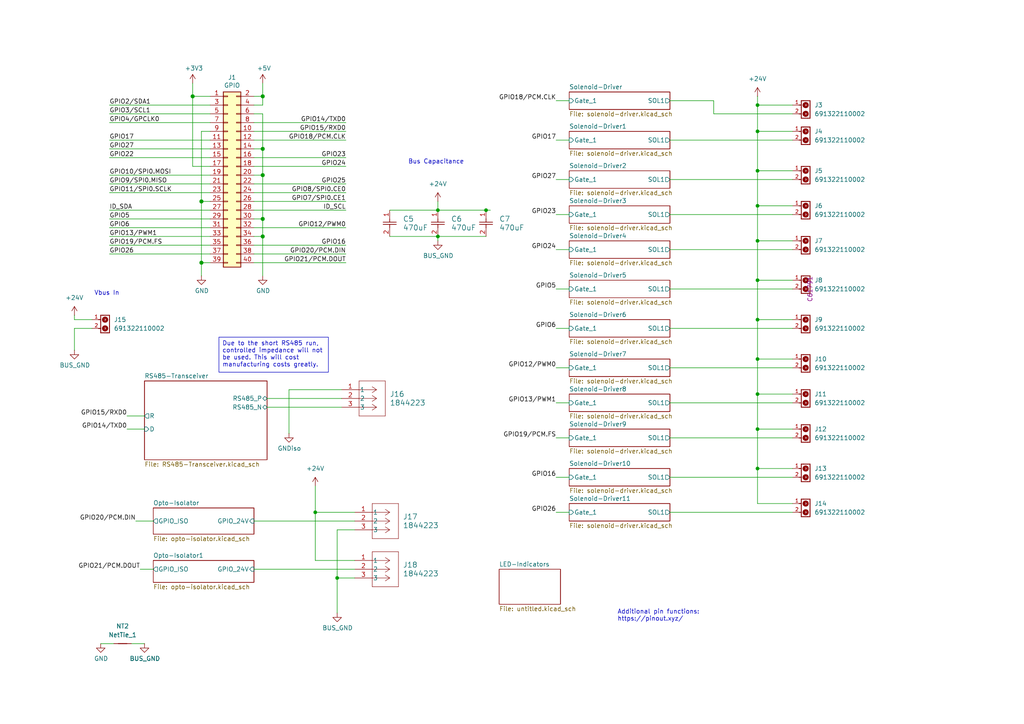
<source format=kicad_sch>
(kicad_sch (version 20231120) (generator "eeschema") (generator_version "8.0")
  (paper "A4")
  (title_block (date "15 nov 2012"))
  (lib_symbols
    (symbol "2024-08-23_04-13-18:1844223" (pin_names (offset 0.254))
      (property "Reference" "J" (at 8.89 6.35 0))
      (property "Value" "1844223" (at -0.762 0 0))
      (symbol "1844223_0_1"
        (polyline (pts (xy 5.08 -7.62) (xy 12.7 -7.62)) (stroke (width 0.127)))
        (polyline (pts (xy 5.08 2.54) (xy 5.08 -7.62)) (stroke (width 0.127)))
        (polyline (pts (xy 10.16 -5.08) (xy 5.08 -5.08)) (stroke (width 0.127)))
        (polyline (pts (xy 10.16 -5.08) (xy 8.89 -5.9267)) (stroke (width 0.127)))
        (polyline (pts (xy 10.16 -5.08) (xy 8.89 -4.2333)) (stroke (width 0.127)))
        (polyline (pts (xy 10.16 -2.54) (xy 5.08 -2.54)) (stroke (width 0.127)))
        (polyline (pts (xy 10.16 -2.54) (xy 8.89 -3.3867)) (stroke (width 0.127)))
        (polyline (pts (xy 10.16 -2.54) (xy 8.89 -1.6933)) (stroke (width 0.127)))
        (polyline (pts (xy 10.16 0) (xy 5.08 0)) (stroke (width 0.127)))
        (polyline (pts (xy 10.16 0) (xy 8.89 -0.8467)) (stroke (width 0.127)))
        (polyline (pts (xy 10.16 0) (xy 8.89 0.8467)) (stroke (width 0.127)))
        (polyline (pts (xy 12.7 -7.62) (xy 12.7 2.54)) (stroke (width 0.127)))
        (polyline (pts (xy 12.7 2.54) (xy 5.08 2.54)) (stroke (width 0.127)))
        (pin unspecified line (at 0 0 0) (length 5.08) (name "1") (number "1"))
        (pin unspecified line (at 0 -2.54 0) (length 5.08) (name "2") (number "2"))
        (pin unspecified line (at 0 -5.08 0) (length 5.08) (name "3") (number "3"))
      )
    )
    (symbol "35ZLH470MEFC10X16:35ZLH470MEFC10X16" (pin_names (offset 0.254))
      (property "Reference" "C" (at 3.81 3.81 0))
      (property "Value" "35ZLH470MEFC10X16" (at 3.81 -3.81 0))
      (symbol "35ZLH470MEFC10X16_1_1"
        (polyline (pts (xy 2.54 0) (xy 3.4798 0)) (stroke (width 0.2032)))
        (polyline (pts (xy 3.4798 -1.905) (xy 3.4798 1.905)) (stroke (width 0.2032)))
        (polyline (pts (xy 4.1148 -1.905) (xy 4.1148 1.905)) (stroke (width 0.2032)))
        (polyline (pts (xy 4.1148 0) (xy 5.08 0)) (stroke (width 0.2032)))
        (pin unspecified line (at 0 0 0) (length 2.54) (name "") (number "1"))
        (pin unspecified line (at 7.62 0 180) (length 2.54) (name "") (number "2"))
      )
      (symbol "35ZLH470MEFC10X16_1_2"
        (polyline (pts (xy -1.905 -4.1148) (xy 1.905 -4.1148)) (stroke (width 0.2032)))
        (polyline (pts (xy -1.905 -3.4798) (xy 1.905 -3.4798)) (stroke (width 0.2032)))
        (polyline (pts (xy 0 -4.1148) (xy 0 -5.08)) (stroke (width 0.2032)))
        (polyline (pts (xy 0 -2.54) (xy 0 -3.4798)) (stroke (width 0.2032)))
        (pin unspecified line (at 0 0 270) (length 2.54) (name "") (number "1"))
        (pin unspecified line (at 0 -7.62 90) (length 2.54) (name "") (number "2"))
      )
    )
    (symbol "691322110002:691322110002" (pin_names (offset 1.016))
      (property "Reference" "J" (at -4.99 -1.205 0))
      (symbol "691322110002_0_0"
        (circle (center -2.54 -1.27) (radius 0.254) (stroke (width 0.635)))
        (circle (center 0 -1.27) (radius 0.254) (stroke (width 0.635)))
        (polyline (pts (xy -3.81 -2.54) (xy -1.905 -2.54)) (stroke (width 0.254)))
        (polyline (pts (xy -3.81 -1.905) (xy -3.81 -2.54)) (stroke (width 0.254)))
        (polyline (pts (xy -3.81 0) (xy -3.81 -1.905)) (stroke (width 0.254)))
        (polyline (pts (xy -2.54 -3.175) (xy -2.54 -2.54)) (stroke (width 0.254)))
        (polyline (pts (xy -2.54 -1.27) (xy -2.54 -1.905)) (stroke (width 0.254)))
        (polyline (pts (xy -2.54 0) (xy -3.81 0)) (stroke (width 0.254)))
        (polyline (pts (xy -1.905 -2.54) (xy 0 -2.54)) (stroke (width 0.254)))
        (polyline (pts (xy -0.635 0) (xy -2.54 0)) (stroke (width 0.254)))
        (polyline (pts (xy 0 -3.175) (xy 0 -2.54)) (stroke (width 0.254)))
        (polyline (pts (xy 0 -2.54) (xy 1.27 -2.54)) (stroke (width 0.254)))
        (polyline (pts (xy 0 -1.27) (xy 0 -1.905)) (stroke (width 0.254)))
        (polyline (pts (xy 1.27 -2.54) (xy 1.27 -0.635)) (stroke (width 0.254)))
        (polyline (pts (xy 1.27 -0.635) (xy 1.27 0)) (stroke (width 0.254)))
        (polyline (pts (xy 1.27 0) (xy -0.635 0)) (stroke (width 0.254)))
        (pin passive line (at -2.54 -5.08 90) (length 2.54) (name "~") (number "1"))
        (pin passive line (at 0 -5.08 90) (length 2.54) (name "~") (number "2"))
      )
    )
    (symbol "Connector_Generic:Conn_02x20_Odd_Even" (pin_names (offset 1.016) hide)
      (property "Reference" "J" (at 1.27 25.4 0))
      (property "Value" "Conn_02x20_Odd_Even" (at 1.27 -27.94 0))
      (symbol "Conn_02x20_Odd_Even_1_1"
        (rectangle (start -1.27 -25.273) (end 0 -25.527) (stroke (width 0.1524)))
        (rectangle (start -1.27 -22.733) (end 0 -22.987) (stroke (width 0.1524)))
        (rectangle (start -1.27 -20.193) (end 0 -20.447) (stroke (width 0.1524)))
        (rectangle (start -1.27 -17.653) (end 0 -17.907) (stroke (width 0.1524)))
        (rectangle (start -1.27 -15.113) (end 0 -15.367) (stroke (width 0.1524)))
        (rectangle (start -1.27 -12.573) (end 0 -12.827) (stroke (width 0.1524)))
        (rectangle (start -1.27 -10.033) (end 0 -10.287) (stroke (width 0.1524)))
        (rectangle (start -1.27 -7.493) (end 0 -7.747) (stroke (width 0.1524)))
        (rectangle (start -1.27 -4.953) (end 0 -5.207) (stroke (width 0.1524)))
        (rectangle (start -1.27 -2.413) (end 0 -2.667) (stroke (width 0.1524)))
        (rectangle (start -1.27 0.127) (end 0 -0.127) (stroke (width 0.1524)))
        (rectangle (start -1.27 2.667) (end 0 2.413) (stroke (width 0.1524)))
        (rectangle (start -1.27 5.207) (end 0 4.953) (stroke (width 0.1524)))
        (rectangle (start -1.27 7.747) (end 0 7.493) (stroke (width 0.1524)))
        (rectangle (start -1.27 10.287) (end 0 10.033) (stroke (width 0.1524)))
        (rectangle (start -1.27 12.827) (end 0 12.573) (stroke (width 0.1524)))
        (rectangle (start -1.27 15.367) (end 0 15.113) (stroke (width 0.1524)))
        (rectangle (start -1.27 17.907) (end 0 17.653) (stroke (width 0.1524)))
        (rectangle (start -1.27 20.447) (end 0 20.193) (stroke (width 0.1524)))
        (rectangle (start -1.27 22.987) (end 0 22.733) (stroke (width 0.1524)))
        (rectangle (start -1.27 24.13) (end 3.81 -26.67) (stroke (width 0.254)) (fill (type background)))
        (rectangle (start 3.81 -25.273) (end 2.54 -25.527) (stroke (width 0.1524)))
        (rectangle (start 3.81 -22.733) (end 2.54 -22.987) (stroke (width 0.1524)))
        (rectangle (start 3.81 -20.193) (end 2.54 -20.447) (stroke (width 0.1524)))
        (rectangle (start 3.81 -17.653) (end 2.54 -17.907) (stroke (width 0.1524)))
        (rectangle (start 3.81 -15.113) (end 2.54 -15.367) (stroke (width 0.1524)))
        (rectangle (start 3.81 -12.573) (end 2.54 -12.827) (stroke (width 0.1524)))
        (rectangle (start 3.81 -10.033) (end 2.54 -10.287) (stroke (width 0.1524)))
        (rectangle (start 3.81 -7.493) (end 2.54 -7.747) (stroke (width 0.1524)))
        (rectangle (start 3.81 -4.953) (end 2.54 -5.207) (stroke (width 0.1524)))
        (rectangle (start 3.81 -2.413) (end 2.54 -2.667) (stroke (width 0.1524)))
        (rectangle (start 3.81 0.127) (end 2.54 -0.127) (stroke (width 0.1524)))
        (rectangle (start 3.81 2.667) (end 2.54 2.413) (stroke (width 0.1524)))
        (rectangle (start 3.81 5.207) (end 2.54 4.953) (stroke (width 0.1524)))
        (rectangle (start 3.81 7.747) (end 2.54 7.493) (stroke (width 0.1524)))
        (rectangle (start 3.81 10.287) (end 2.54 10.033) (stroke (width 0.1524)))
        (rectangle (start 3.81 12.827) (end 2.54 12.573) (stroke (width 0.1524)))
        (rectangle (start 3.81 15.367) (end 2.54 15.113) (stroke (width 0.1524)))
        (rectangle (start 3.81 17.907) (end 2.54 17.653) (stroke (width 0.1524)))
        (rectangle (start 3.81 20.447) (end 2.54 20.193) (stroke (width 0.1524)))
        (rectangle (start 3.81 22.987) (end 2.54 22.733) (stroke (width 0.1524)))
        (pin passive line (at -5.08 22.86 0) (length 3.81) (name "Pin_1") (number "1"))
        (pin passive line (at 7.62 12.7 180) (length 3.81) (name "Pin_10") (number "10"))
        (pin passive line (at -5.08 10.16 0) (length 3.81) (name "Pin_11") (number "11"))
        (pin passive line (at 7.62 10.16 180) (length 3.81) (name "Pin_12") (number "12"))
        (pin passive line (at -5.08 7.62 0) (length 3.81) (name "Pin_13") (number "13"))
        (pin passive line (at 7.62 7.62 180) (length 3.81) (name "Pin_14") (number "14"))
        (pin passive line (at -5.08 5.08 0) (length 3.81) (name "Pin_15") (number "15"))
        (pin passive line (at 7.62 5.08 180) (length 3.81) (name "Pin_16") (number "16"))
        (pin passive line (at -5.08 2.54 0) (length 3.81) (name "Pin_17") (number "17"))
        (pin passive line (at 7.62 2.54 180) (length 3.81) (name "Pin_18") (number "18"))
        (pin passive line (at -5.08 0 0) (length 3.81) (name "Pin_19") (number "19"))
        (pin passive line (at 7.62 22.86 180) (length 3.81) (name "Pin_2") (number "2"))
        (pin passive line (at 7.62 0 180) (length 3.81) (name "Pin_20") (number "20"))
        (pin passive line (at -5.08 -2.54 0) (length 3.81) (name "Pin_21") (number "21"))
        (pin passive line (at 7.62 -2.54 180) (length 3.81) (name "Pin_22") (number "22"))
        (pin passive line (at -5.08 -5.08 0) (length 3.81) (name "Pin_23") (number "23"))
        (pin passive line (at 7.62 -5.08 180) (length 3.81) (name "Pin_24") (number "24"))
        (pin passive line (at -5.08 -7.62 0) (length 3.81) (name "Pin_25") (number "25"))
        (pin passive line (at 7.62 -7.62 180) (length 3.81) (name "Pin_26") (number "26"))
        (pin passive line (at -5.08 -10.16 0) (length 3.81) (name "Pin_27") (number "27"))
        (pin passive line (at 7.62 -10.16 180) (length 3.81) (name "Pin_28") (number "28"))
        (pin passive line (at -5.08 -12.7 0) (length 3.81) (name "Pin_29") (number "29"))
        (pin passive line (at -5.08 20.32 0) (length 3.81) (name "Pin_3") (number "3"))
        (pin passive line (at 7.62 -12.7 180) (length 3.81) (name "Pin_30") (number "30"))
        (pin passive line (at -5.08 -15.24 0) (length 3.81) (name "Pin_31") (number "31"))
        (pin passive line (at 7.62 -15.24 180) (length 3.81) (name "Pin_32") (number "32"))
        (pin passive line (at -5.08 -17.78 0) (length 3.81) (name "Pin_33") (number "33"))
        (pin passive line (at 7.62 -17.78 180) (length 3.81) (name "Pin_34") (number "34"))
        (pin passive line (at -5.08 -20.32 0) (length 3.81) (name "Pin_35") (number "35"))
        (pin passive line (at 7.62 -20.32 180) (length 3.81) (name "Pin_36") (number "36"))
        (pin passive line (at -5.08 -22.86 0) (length 3.81) (name "Pin_37") (number "37"))
        (pin passive line (at 7.62 -22.86 180) (length 3.81) (name "Pin_38") (number "38"))
        (pin passive line (at -5.08 -25.4 0) (length 3.81) (name "Pin_39") (number "39"))
        (pin passive line (at 7.62 20.32 180) (length 3.81) (name "Pin_4") (number "4"))
        (pin passive line (at 7.62 -25.4 180) (length 3.81) (name "Pin_40") (number "40"))
        (pin passive line (at -5.08 17.78 0) (length 3.81) (name "Pin_5") (number "5"))
        (pin passive line (at 7.62 17.78 180) (length 3.81) (name "Pin_6") (number "6"))
        (pin passive line (at -5.08 15.24 0) (length 3.81) (name "Pin_7") (number "7"))
        (pin passive line (at 7.62 15.24 180) (length 3.81) (name "Pin_8") (number "8"))
        (pin passive line (at -5.08 12.7 0) (length 3.81) (name "Pin_9") (number "9"))
      )
    )
    (symbol "Device:NetTie_2" (pin_numbers hide) (pin_names (offset 0) hide) (in_bom no)
      (property "Reference" "NT" (at 0 1.27 0))
      (property "Value" "NetTie_2" (at 0 -1.27 0))
      (symbol "NetTie_2_0_1"
        (polyline (pts (xy -1.27 0) (xy 1.27 0)) (stroke (width 0.254)))
      )
      (symbol "NetTie_2_1_1"
        (pin passive line (at -2.54 0 0) (length 2.54) (name "1") (number "1"))
        (pin passive line (at 2.54 0 180) (length 2.54) (name "2") (number "2"))
      )
    )
    (symbol "power:+24V" (power) (pin_numbers hide) (pin_names (offset 0) hide)
      (property "Value" "+24V" (at 0 3.556 0))
      (symbol "+24V_0_1"
        (polyline (pts (xy -0.762 1.27) (xy 0 2.54)))
        (polyline (pts (xy 0 0) (xy 0 2.54)))
        (polyline (pts (xy 0 2.54) (xy 0.762 1.27)))
      )
      (symbol "+24V_1_1"
        (pin power_in line (at 0 0 90) (length 0) (name "~") (number "1"))
      )
    )
    (symbol "power:+3.3V" (power) (pin_numbers hide) (pin_names (offset 0) hide)
      (property "Value" "+3.3V" (at 0 3.556 0))
      (symbol "+3.3V_0_1"
        (polyline (pts (xy -0.762 1.27) (xy 0 2.54)))
        (polyline (pts (xy 0 0) (xy 0 2.54)))
        (polyline (pts (xy 0 2.54) (xy 0.762 1.27)))
      )
      (symbol "+3.3V_1_1"
        (pin power_in line (at 0 0 90) (length 0) (name "~") (number "1"))
      )
    )
    (symbol "power:+5V" (power) (pin_numbers hide) (pin_names (offset 0) hide)
      (property "Value" "+5V" (at 0 3.556 0))
      (symbol "+5V_0_1"
        (polyline (pts (xy -0.762 1.27) (xy 0 2.54)))
        (polyline (pts (xy 0 0) (xy 0 2.54)))
        (polyline (pts (xy 0 2.54) (xy 0.762 1.27)))
      )
      (symbol "+5V_1_1"
        (pin power_in line (at 0 0 90) (length 0) (name "~") (number "1"))
      )
    )
    (symbol "power:GND" (power) (pin_numbers hide) (pin_names (offset 0) hide)
      (property "Value" "GND" (at 0 -3.81 0))
      (symbol "GND_0_1"
        (polyline (pts (xy 0 0) (xy 0 -1.27) (xy 1.27 -1.27) (xy 0 -2.54) (xy -1.27 -1.27) (xy 0 -1.27)))
      )
      (symbol "GND_1_1"
        (pin power_in line (at 0 0 270) (length 0) (name "~") (number "1"))
      )
    )
  )
  (junction (at 219.71 124.46))
  (junction (at 76.2 27.94) (diameter 1.016))
  (junction (at 127 60.96))
  (junction (at 219.71 104.14))
  (junction (at 76.2 43.18) (diameter 1.016))
  (junction (at 219.71 69.85))
  (junction (at 219.71 49.53))
  (junction (at 219.71 114.3))
  (junction (at 219.71 59.69))
  (junction (at 97.79 167.64))
  (junction (at 127 68.58))
  (junction (at 140.97 60.96))
  (junction (at 219.71 135.89))
  (junction (at 58.42 76.2) (diameter 1.016))
  (junction (at 58.42 58.42) (diameter 1.016))
  (junction (at 76.2 68.58) (diameter 1.016))
  (junction (at 91.44 148.59))
  (junction (at 76.2 63.5) (diameter 1.016))
  (junction (at 219.71 30.48))
  (junction (at 76.2 50.8) (diameter 1.016))
  (junction (at 219.71 81.28))
  (junction (at 219.71 92.71))
  (junction (at 55.88 27.94) (diameter 1.016))
  (junction (at 219.71 38.1))
  (wire (pts (xy 58.42 58.42) (xy 58.42 76.2)))
  (wire (pts (xy 73.66 58.42) (xy 100.33 58.42)))
  (wire (pts (xy 161.29 62.23) (xy 165.1 62.23)))
  (wire (pts (xy 60.96 40.64) (xy 31.75 40.64)))
  (wire (pts (xy 161.29 116.84) (xy 165.1 116.84)))
  (wire (pts (xy 207.01 33.02) (xy 207.01 29.21)))
  (wire (pts (xy 127 58.42) (xy 127 60.96)))
  (wire (pts (xy 161.29 40.64) (xy 165.1 40.64)))
  (wire (pts (xy 76.2 33.02) (xy 76.2 43.18)))
  (wire (pts (xy 161.29 106.68) (xy 165.1 106.68)))
  (wire (pts (xy 127 60.96) (xy 140.97 60.96)))
  (wire (pts (xy 76.2 50.8) (xy 73.66 50.8)))
  (wire (pts (xy 161.29 138.43) (xy 165.1 138.43)))
  (wire (pts (xy 161.29 148.59) (xy 165.1 148.59)))
  (wire (pts (xy 219.71 27.94) (xy 219.71 30.48)))
  (wire (pts (xy 76.2 63.5) (xy 76.2 68.58)))
  (wire (pts (xy 140.97 60.96) (xy 142.24 60.96)))
  (wire (pts (xy 219.71 104.14) (xy 219.71 114.3)))
  (wire (pts (xy 91.44 140.97) (xy 91.44 148.59)))
  (wire (pts (xy 21.59 92.71) (xy 21.59 91.44)))
  (wire (pts (xy 229.87 81.28) (xy 219.71 81.28)))
  (wire (pts (xy 76.2 50.8) (xy 76.2 63.5)))
  (wire (pts (xy 219.71 135.89) (xy 219.71 124.46)))
  (wire (pts (xy 73.66 35.56) (xy 100.33 35.56)))
  (wire (pts (xy 194.31 138.43) (xy 229.87 138.43)))
  (wire (pts (xy 102.87 162.56) (xy 91.44 162.56)))
  (wire (pts (xy 58.42 38.1) (xy 58.42 58.42)))
  (wire (pts (xy 194.31 95.25) (xy 229.87 95.25)))
  (wire (pts (xy 83.82 113.03) (xy 83.82 125.73)))
  (wire (pts (xy 41.91 186.69) (xy 38.1 186.69)))
  (wire (pts (xy 77.47 118.11) (xy 99.06 118.11)))
  (wire (pts (xy 194.31 72.39) (xy 229.87 72.39)))
  (wire (pts (xy 58.42 38.1) (xy 60.96 38.1)))
  (wire (pts (xy 73.66 55.88) (xy 100.33 55.88)))
  (wire (pts (xy 161.29 52.07) (xy 165.1 52.07)))
  (wire (pts (xy 73.66 165.1) (xy 102.87 165.1)))
  (wire (pts (xy 60.96 60.96) (xy 31.75 60.96)))
  (wire (pts (xy 229.87 124.46) (xy 219.71 124.46)))
  (wire (pts (xy 31.75 63.5) (xy 60.96 63.5)))
  (wire (pts (xy 194.31 29.21) (xy 207.01 29.21)))
  (wire (pts (xy 229.87 92.71) (xy 219.71 92.71)))
  (wire (pts (xy 58.42 58.42) (xy 60.96 58.42)))
  (wire (pts (xy 26.67 92.71) (xy 21.59 92.71)))
  (wire (pts (xy 36.83 120.65) (xy 41.91 120.65)))
  (wire (pts (xy 73.66 45.72) (xy 100.33 45.72)))
  (wire (pts (xy 219.71 146.05) (xy 219.71 135.89)))
  (wire (pts (xy 77.47 115.57) (xy 99.06 115.57)))
  (wire (pts (xy 194.31 116.84) (xy 229.87 116.84)))
  (wire (pts (xy 127 68.58) (xy 140.97 68.58)))
  (wire (pts (xy 73.66 76.2) (xy 100.33 76.2)))
  (wire (pts (xy 58.42 76.2) (xy 58.42 80.01)))
  (wire (pts (xy 31.75 43.18) (xy 60.96 43.18)))
  (wire (pts (xy 219.71 59.69) (xy 219.71 69.85)))
  (wire (pts (xy 55.88 24.13) (xy 55.88 27.94)))
  (wire (pts (xy 97.79 167.64) (xy 97.79 177.8)))
  (wire (pts (xy 161.29 72.39) (xy 165.1 72.39)))
  (wire (pts (xy 76.2 68.58) (xy 73.66 68.58)))
  (wire (pts (xy 219.71 49.53) (xy 219.71 59.69)))
  (wire (pts (xy 31.75 33.02) (xy 60.96 33.02)))
  (wire (pts (xy 31.75 55.88) (xy 60.96 55.88)))
  (wire (pts (xy 73.66 151.13) (xy 102.87 151.13)))
  (wire (pts (xy 55.88 48.26) (xy 60.96 48.26)))
  (wire (pts (xy 219.71 81.28) (xy 219.71 92.71)))
  (wire (pts (xy 113.03 60.96) (xy 127 60.96)))
  (wire (pts (xy 60.96 30.48) (xy 31.75 30.48)))
  (wire (pts (xy 76.2 27.94) (xy 76.2 30.48)))
  (wire (pts (xy 229.87 69.85) (xy 219.71 69.85)))
  (wire (pts (xy 194.31 62.23) (xy 229.87 62.23)))
  (wire (pts (xy 76.2 43.18) (xy 76.2 50.8)))
  (wire (pts (xy 73.66 40.64) (xy 100.33 40.64)))
  (wire (pts (xy 76.2 43.18) (xy 73.66 43.18)))
  (wire (pts (xy 229.87 146.05) (xy 219.71 146.05)))
  (wire (pts (xy 76.2 24.13) (xy 76.2 27.94)))
  (wire (pts (xy 219.71 30.48) (xy 219.71 38.1)))
  (wire (pts (xy 229.87 33.02) (xy 207.01 33.02)))
  (wire (pts (xy 31.75 35.56) (xy 60.96 35.56)))
  (wire (pts (xy 26.67 95.25) (xy 21.59 95.25)))
  (wire (pts (xy 76.2 27.94) (xy 73.66 27.94)))
  (wire (pts (xy 55.88 27.94) (xy 55.88 48.26)))
  (wire (pts (xy 113.03 68.58) (xy 127 68.58)))
  (wire (pts (xy 73.66 48.26) (xy 100.33 48.26)))
  (wire (pts (xy 194.31 52.07) (xy 229.87 52.07)))
  (wire (pts (xy 73.66 38.1) (xy 100.33 38.1)))
  (wire (pts (xy 229.87 114.3) (xy 219.71 114.3)))
  (wire (pts (xy 194.31 148.59) (xy 229.87 148.59)))
  (wire (pts (xy 31.75 45.72) (xy 60.96 45.72)))
  (wire (pts (xy 31.75 53.34) (xy 60.96 53.34)))
  (wire (pts (xy 229.87 135.89) (xy 219.71 135.89)))
  (wire (pts (xy 31.75 66.04) (xy 60.96 66.04)))
  (wire (pts (xy 76.2 30.48) (xy 73.66 30.48)))
  (wire (pts (xy 102.87 148.59) (xy 91.44 148.59)))
  (wire (pts (xy 219.71 69.85) (xy 219.71 81.28)))
  (wire (pts (xy 194.31 83.82) (xy 229.87 83.82)))
  (wire (pts (xy 229.87 38.1) (xy 219.71 38.1)))
  (wire (pts (xy 31.75 71.12) (xy 60.96 71.12)))
  (wire (pts (xy 91.44 162.56) (xy 91.44 148.59)))
  (wire (pts (xy 161.29 95.25) (xy 165.1 95.25)))
  (wire (pts (xy 21.59 95.25) (xy 21.59 101.6)))
  (wire (pts (xy 73.66 71.12) (xy 100.33 71.12)))
  (wire (pts (xy 127 68.58) (xy 127 69.85)))
  (wire (pts (xy 73.66 66.04) (xy 100.33 66.04)))
  (wire (pts (xy 99.06 113.03) (xy 83.82 113.03)))
  (wire (pts (xy 58.42 76.2) (xy 60.96 76.2)))
  (wire (pts (xy 29.21 186.69) (xy 33.02 186.69)))
  (wire (pts (xy 73.66 73.66) (xy 100.33 73.66)))
  (wire (pts (xy 97.79 153.67) (xy 97.79 167.64)))
  (wire (pts (xy 97.79 167.64) (xy 102.87 167.64)))
  (wire (pts (xy 76.2 33.02) (xy 73.66 33.02)))
  (wire (pts (xy 161.29 127) (xy 165.1 127)))
  (wire (pts (xy 31.75 73.66) (xy 60.96 73.66)))
  (wire (pts (xy 161.29 29.21) (xy 165.1 29.21)))
  (wire (pts (xy 229.87 30.48) (xy 219.71 30.48)))
  (wire (pts (xy 194.31 40.64) (xy 229.87 40.64)))
  (wire (pts (xy 219.71 92.71) (xy 219.71 104.14)))
  (wire (pts (xy 76.2 68.58) (xy 76.2 80.01)))
  (wire (pts (xy 36.83 124.46) (xy 41.91 124.46)))
  (wire (pts (xy 73.66 53.34) (xy 100.33 53.34)))
  (wire (pts (xy 60.96 68.58) (xy 31.75 68.58)))
  (wire (pts (xy 194.31 127) (xy 229.87 127)))
  (wire (pts (xy 76.2 63.5) (xy 73.66 63.5)))
  (wire (pts (xy 219.71 114.3) (xy 219.71 124.46)))
  (wire (pts (xy 55.88 27.94) (xy 60.96 27.94)))
  (wire (pts (xy 229.87 59.69) (xy 219.71 59.69)))
  (wire (pts (xy 102.87 153.67) (xy 97.79 153.67)))
  (wire (pts (xy 161.29 83.82) (xy 165.1 83.82)))
  (wire (pts (xy 39.37 151.13) (xy 44.45 151.13)))
  (wire (pts (xy 60.96 50.8) (xy 31.75 50.8)))
  (wire (pts (xy 73.66 60.96) (xy 100.33 60.96)))
  (wire (pts (xy 40.64 165.1) (xy 44.45 165.1)))
  (wire (pts (xy 229.87 49.53) (xy 219.71 49.53)))
  (wire (pts (xy 229.87 104.14) (xy 219.71 104.14)))
  (wire (pts (xy 194.31 106.68) (xy 229.87 106.68)))
  (wire (pts (xy 219.71 38.1) (xy 219.71 49.53)))
  (text_box "Due to the short RS485 run, controlled impedance will not be used. This will cost manufacturing costs greatly. " (at 63.5 97.79 0) (size 31.75 10.16) (effects (font (size 1.27 1.27)) (justify left top)))
  (text "Additional pin functions:\nhttps://pinout.xyz/" (at 179.07 180.34 0) (effects (font (size 1.27 1.27)) (justify left bottom)))
  (text "Bus Capacitance" (at 126.492 46.99 0) (effects (font (size 1.27 1.27))))
  (text "Vbus In" (at 30.988 85.09 0) (effects (font (size 1.27 1.27))))
  (label "GPIO6" (at 161.29 95.25 180))
  (label "ID_SDA" (at 31.75 60.96 0))
  (label "GPIO6" (at 31.75 66.04 0))
  (label "GPIO21{slash}PCM.DOUT" (at 40.64 165.1 180))
  (label "GPIO17" (at 161.29 40.64 180))
  (label "GPIO27" (at 161.29 52.07 180))
  (label "GPIO13{slash}PWM1" (at 161.29 116.84 180))
  (label "GPIO23" (at 161.29 62.23 180))
  (label "ID_SCL" (at 100.33 60.96 180))
  (label "GPIO5" (at 31.75 63.5 0))
  (label "GPIO21{slash}PCM.DOUT" (at 100.33 76.2 180))
  (label "GPIO19{slash}PCM.FS" (at 31.75 71.12 0))
  (label "GPIO10{slash}SPI0.MOSI" (at 31.75 50.8 0))
  (label "GPIO9{slash}SPI0.MISO" (at 31.75 53.34 0))
  (label "GPIO20{slash}PCM.DIN" (at 39.37 151.13 180))
  (label "GPIO23" (at 100.33 45.72 180))
  (label "GPIO26" (at 161.29 148.59 180))
  (label "GPIO5" (at 161.29 83.82 180))
  (label "GPIO4{slash}GPCLK0" (at 31.75 35.56 0))
  (label "GPIO27" (at 31.75 43.18 0))
  (label "GPIO26" (at 31.75 73.66 0))
  (label "GPIO14{slash}TXD0" (at 36.83 124.46 180))
  (label "GPIO14{slash}TXD0" (at 100.33 35.56 180))
  (label "GPIO16" (at 161.29 138.43 180))
  (label "GPIO8{slash}SPI0.CE0" (at 100.33 55.88 180))
  (label "GPIO15{slash}RXD0" (at 100.33 38.1 180))
  (label "GPIO15{slash}RXD0" (at 36.83 120.65 180))
  (label "GPIO16" (at 100.33 71.12 180))
  (label "GPIO12{slash}PWM0" (at 161.29 106.68 180))
  (label "GPIO19{slash}PCM.FS" (at 161.29 127 180))
  (label "GPIO22" (at 31.75 45.72 0))
  (label "GPIO18{slash}PCM.CLK" (at 161.29 29.21 180))
  (label "GPIO2{slash}SDA1" (at 31.75 30.48 0))
  (label "GPIO17" (at 31.75 40.64 0))
  (label "GPIO25" (at 100.33 53.34 180))
  (label "GPIO3{slash}SCL1" (at 31.75 33.02 0))
  (label "GPIO18{slash}PCM.CLK" (at 100.33 40.64 180))
  (label "GPIO12{slash}PWM0" (at 100.33 66.04 180))
  (label "GPIO24" (at 161.29 72.39 180))
  (label "GPIO13{slash}PWM1" (at 31.75 68.58 0))
  (label "GPIO20{slash}PCM.DIN" (at 100.33 73.66 180))
  (label "GPIO24" (at 100.33 48.26 180))
  (label "GPIO7{slash}SPI0.CE1" (at 100.33 58.42 180))
  (label "GPIO11{slash}SPI0.SCLK" (at 31.75 55.88 0))
  (symbol (lib_id "power:+5V") (at 76.2 24.13 0) (unit 1)
    (property "Reference" "#PWR01" (effects (hide yes)))
    (property "Value" "+5V" (at 76.5683 19.8056 0))
    (property "Description" "Power symbol creates a global label with name \"+5V\"" (effects (hide yes)))
  )
  (symbol (lib_id "power:+3.3V") (at 55.88 24.13 0) (unit 1)
    (property "Reference" "#PWR04" (effects (hide yes)))
    (property "Value" "+3V3" (at 56.2483 19.8056 0))
    (property "Description" "Power symbol creates a global label with name \"+3.3V\"" (effects (hide yes)))
  )
  (symbol (lib_id "power:GND") (at 76.2 80.01 0) (unit 1)
    (property "Reference" "#PWR02" (effects (hide yes)))
    (property "Value" "GND" (at 76.3143 84.3344 0))
    (property "Description" "Power symbol creates a global label with name \"GND\" , ground" (effects (hide yes)))
  )
  (symbol (lib_id "power:GND") (at 58.42 80.01 0) (unit 1)
    (property "Reference" "#PWR03" (effects (hide yes)))
    (property "Value" "GND" (at 58.5343 84.3344 0))
    (property "Description" "Power symbol creates a global label with name \"GND\" , ground" (effects (hide yes)))
  )
  (symbol (lib_id "Connector_Generic:Conn_02x20_Odd_Even") (at 66.04 50.8 0) (unit 1)
    (property "Reference" "J1" (at 67.31 22.4598 0))
    (property "Value" "GPIO" (at 67.31 24.765 0))
    (property "Footprint" "Connector_PinSocket_2.54mm:PinSocket_2x20_P2.54mm_Vertical" (effects (hide yes)))
    (property "Description" "Generic connector, double row, 02x20, odd/even pin numbering scheme (row 1 odd numbers, row 2 even numbers), script generated (kicad-library-utils/schlib/autogen/connector/)" (effects (hide yes)))
    (property "LCSC" "C35165" (effects (hide yes)))
  )
  (symbol (lib_id "691322110002:691322110002") (at 234.95 62.23 270) (unit 1)
    (property "Reference" "J6" (at 236.22 59.6899 90) (effects (justify left)))
    (property "Value" "691322110002" (at 236.22 62.2299 90) (effects (justify left)))
    (property "Footprint" "691322110002:691322110002" (effects (hide yes)))
    (property "MOUNT" "THT" (effects (hide yes)))
    (property "IR-VDE" "10.5A" (effects (hide yes)))
    (property "IR-UL" "10A" (effects (hide yes)))
    (property "VALUE" "691322110002" (effects (hide yes)))
    (property "WORKING-VOLTAGE-UL" "300V (AC)" (effects (hide yes)))
    (property "PART-NUMBER" "691322110002" (effects (hide yes)))
    (property "DATASHEET-URL" "https://www.we-online.com/redexpert/spec/691322110002?ae" (effects (hide yes)))
    (property "PITCH" "3.5mm" (effects (hide yes)))
    (property "PINS" "2" (effects (hide yes)))
    (property "WORKING-VOLTAGE-VDE" "300V (AC)" (effects (hide yes)))
    (property "TYPE" "Horizontal" (effects (hide yes)))
    (property "LCSC" "C61791" (effects (hide yes)))
  )
  (symbol (lib_id "Device:NetTie_2") (at 35.56 186.69 0) (unit 1) (in_bom no)
    (property "Reference" "NT2" (at 35.56 181.61 0))
    (property "Value" "NetTie_1" (at 35.56 184.15 0))
    (property "Footprint" "NetTie:NetTie-2_SMD_Pad0.5mm" (effects (hide yes)))
    (property "Description" "Net tie, 2 pins" (effects (hide yes)))
  )
  (symbol (lib_id "power:GND") (at 21.59 101.6 0) (unit 1)
    (property "Reference" "#PWR040" (effects (hide yes)))
    (property "Value" "BUS_GND" (at 21.7043 105.9244 0))
    (property "Description" "Power symbol creates a global label with name \"GND\" , ground" (effects (hide yes)))
  )
  (symbol (lib_id "691322110002:691322110002") (at 234.95 116.84 270) (unit 1)
    (property "Reference" "J11" (at 236.22 114.2999 90) (effects (justify left)))
    (property "Value" "691322110002" (at 236.22 116.8399 90) (effects (justify left)))
    (property "Footprint" "691322110002:691322110002" (effects (hide yes)))
    (property "MOUNT" "THT" (effects (hide yes)))
    (property "IR-VDE" "10.5A" (effects (hide yes)))
    (property "IR-UL" "10A" (effects (hide yes)))
    (property "VALUE" "691322110002" (effects (hide yes)))
    (property "WORKING-VOLTAGE-UL" "300V (AC)" (effects (hide yes)))
    (property "PART-NUMBER" "691322110002" (effects (hide yes)))
    (property "DATASHEET-URL" "https://www.we-online.com/redexpert/spec/691322110002?ae" (effects (hide yes)))
    (property "PITCH" "3.5mm" (effects (hide yes)))
    (property "PINS" "2" (effects (hide yes)))
    (property "WORKING-VOLTAGE-VDE" "300V (AC)" (effects (hide yes)))
    (property "TYPE" "Horizontal" (effects (hide yes)))
    (property "LCSC" "C61791" (effects (hide yes)))
  )
  (symbol (lib_id "power:GND") (at 97.79 177.8 0) (unit 1)
    (property "Reference" "#PWR043" (effects (hide yes)))
    (property "Value" "BUS_GND" (at 97.9043 182.1244 0))
    (property "Description" "Power symbol creates a global label with name \"GND\" , ground" (effects (hide yes)))
  )
  (symbol (lib_id "691322110002:691322110002") (at 234.95 40.64 270) (unit 1)
    (property "Reference" "J4" (at 236.22 38.0999 90) (effects (justify left)))
    (property "Value" "691322110002" (at 236.22 40.6399 90) (effects (justify left)))
    (property "Footprint" "691322110002:691322110002" (effects (hide yes)))
    (property "MOUNT" "THT" (effects (hide yes)))
    (property "IR-VDE" "10.5A" (effects (hide yes)))
    (property "IR-UL" "10A" (effects (hide yes)))
    (property "VALUE" "691322110002" (effects (hide yes)))
    (property "WORKING-VOLTAGE-UL" "300V (AC)" (effects (hide yes)))
    (property "PART-NUMBER" "691322110002" (effects (hide yes)))
    (property "DATASHEET-URL" "https://www.we-online.com/redexpert/spec/691322110002?ae" (effects (hide yes)))
    (property "PITCH" "3.5mm" (effects (hide yes)))
    (property "PINS" "2" (effects (hide yes)))
    (property "WORKING-VOLTAGE-VDE" "300V (AC)" (effects (hide yes)))
    (property "TYPE" "Horizontal" (effects (hide yes)))
    (property "LCSC" "C61791" (effects (hide yes)))
  )
  (symbol (lib_id "691322110002:691322110002") (at 234.95 72.39 270) (unit 1)
    (property "Reference" "J7" (at 236.22 69.8499 90) (effects (justify left)))
    (property "Value" "691322110002" (at 236.22 72.3899 90) (effects (justify left)))
    (property "Footprint" "691322110002:691322110002" (effects (hide yes)))
    (property "MOUNT" "THT" (effects (hide yes)))
    (property "IR-VDE" "10.5A" (effects (hide yes)))
    (property "IR-UL" "10A" (effects (hide yes)))
    (property "VALUE" "691322110002" (effects (hide yes)))
    (property "WORKING-VOLTAGE-UL" "300V (AC)" (effects (hide yes)))
    (property "PART-NUMBER" "691322110002" (effects (hide yes)))
    (property "DATASHEET-URL" "https://www.we-online.com/redexpert/spec/691322110002?ae" (effects (hide yes)))
    (property "PITCH" "3.5mm" (effects (hide yes)))
    (property "PINS" "2" (effects (hide yes)))
    (property "WORKING-VOLTAGE-VDE" "300V (AC)" (effects (hide yes)))
    (property "TYPE" "Horizontal" (effects (hide yes)))
    (property "LCSC" "C61791" (effects (hide yes)))
  )
  (symbol (lib_id "691322110002:691322110002") (at 234.95 138.43 270) (unit 1)
    (property "Reference" "J13" (at 236.22 135.8899 90) (effects (justify left)))
    (property "Value" "691322110002" (at 236.22 138.4299 90) (effects (justify left)))
    (property "Footprint" "691322110002:691322110002" (effects (hide yes)))
    (property "MOUNT" "THT" (effects (hide yes)))
    (property "IR-VDE" "10.5A" (effects (hide yes)))
    (property "IR-UL" "10A" (effects (hide yes)))
    (property "VALUE" "691322110002" (effects (hide yes)))
    (property "WORKING-VOLTAGE-UL" "300V (AC)" (effects (hide yes)))
    (property "PART-NUMBER" "691322110002" (effects (hide yes)))
    (property "DATASHEET-URL" "https://www.we-online.com/redexpert/spec/691322110002?ae" (effects (hide yes)))
    (property "PITCH" "3.5mm" (effects (hide yes)))
    (property "PINS" "2" (effects (hide yes)))
    (property "WORKING-VOLTAGE-VDE" "300V (AC)" (effects (hide yes)))
    (property "TYPE" "Horizontal" (effects (hide yes)))
    (property "LCSC" "C61791" (effects (hide yes)))
  )
  (symbol (lib_id "power:+24V") (at 127 58.42 0) (unit 1)
    (property "Reference" "#PWR066" (effects (hide yes)))
    (property "Value" "+24V" (at 127 53.34 0))
    (property "Description" "Power symbol creates a global label with name \"+24V\"" (effects (hide yes)))
  )
  (symbol (lib_id "power:GND") (at 41.91 186.69 0) (unit 1)
    (property "Reference" "#PWR045" (effects (hide yes)))
    (property "Value" "BUS_GND" (at 42.0243 191.0144 0))
    (property "Description" "Power symbol creates a global label with name \"GND\" , ground" (effects (hide yes)))
  )
  (symbol (lib_id "35ZLH470MEFC10X16:35ZLH470MEFC10X16") (at 127 60.96 270) (unit 1) (in_bom no)
    (property "Reference" "C6" (at 130.81 63.4999 90) (effects (font (size 1.524 1.524)) (justify left)))
    (property "Value" "470uF" (at 130.81 66.0399 90) (effects (font (size 1.524 1.524)) (justify left)))
    (property "Footprint" "CAP_YX_10X16_RUB" (effects (hide yes)))
    (property "Datasheet" "35ZLH470MEFC10X16" (effects (hide yes)))
    (property "LCSC" "C338196" (effects (hide yes)))
  )
  (symbol (lib_id "691322110002:691322110002") (at 31.75 95.25 270) (unit 1)
    (property "Reference" "J15" (at 33.02 92.7099 90) (effects (justify left)))
    (property "Value" "691322110002" (at 33.02 95.2499 90) (effects (justify left)))
    (property "Footprint" "691322110002:691322110002" (effects (hide yes)))
    (property "MOUNT" "THT" (effects (hide yes)))
    (property "IR-VDE" "10.5A" (effects (hide yes)))
    (property "IR-UL" "10A" (effects (hide yes)))
    (property "VALUE" "691322110002" (effects (hide yes)))
    (property "WORKING-VOLTAGE-UL" "300V (AC)" (effects (hide yes)))
    (property "PART-NUMBER" "691322110002" (effects (hide yes)))
    (property "DATASHEET-URL" "https://www.we-online.com/redexpert/spec/691322110002?ae" (effects (hide yes)))
    (property "PITCH" "3.5mm" (effects (hide yes)))
    (property "PINS" "2" (effects (hide yes)))
    (property "WORKING-VOLTAGE-VDE" "300V (AC)" (effects (hide yes)))
    (property "TYPE" "Horizontal" (effects (hide yes)))
    (property "LCSC" "C61791" (effects (hide yes)))
  )
  (symbol (lib_id "power:+24V") (at 219.71 27.94 0) (unit 1)
    (property "Reference" "#PWR041" (effects (hide yes)))
    (property "Value" "+24V" (at 219.71 22.86 0))
    (property "Description" "Power symbol creates a global label with name \"+24V\"" (effects (hide yes)))
  )
  (symbol (lib_id "691322110002:691322110002") (at 234.95 95.25 270) (unit 1)
    (property "Reference" "J9" (at 236.22 92.7099 90) (effects (justify left)))
    (property "Value" "691322110002" (at 236.22 95.2499 90) (effects (justify left)))
    (property "Footprint" "691322110002:691322110002" (effects (hide yes)))
    (property "MOUNT" "THT" (effects (hide yes)))
    (property "IR-VDE" "10.5A" (effects (hide yes)))
    (property "IR-UL" "10A" (effects (hide yes)))
    (property "VALUE" "691322110002" (effects (hide yes)))
    (property "WORKING-VOLTAGE-UL" "300V (AC)" (effects (hide yes)))
    (property "PART-NUMBER" "691322110002" (effects (hide yes)))
    (property "DATASHEET-URL" "https://www.we-online.com/redexpert/spec/691322110002?ae" (effects (hide yes)))
    (property "PITCH" "3.5mm" (effects (hide yes)))
    (property "PINS" "2" (effects (hide yes)))
    (property "WORKING-VOLTAGE-VDE" "300V (AC)" (effects (hide yes)))
    (property "TYPE" "Horizontal" (effects (hide yes)))
    (property "LCSC" "C61791" (effects (hide yes)))
  )
  (symbol (lib_id "691322110002:691322110002") (at 234.95 106.68 270) (unit 1)
    (property "Reference" "J10" (at 236.22 104.1399 90) (effects (justify left)))
    (property "Value" "691322110002" (at 236.22 106.6799 90) (effects (justify left)))
    (property "Footprint" "691322110002:691322110002" (effects (hide yes)))
    (property "MOUNT" "THT" (effects (hide yes)))
    (property "IR-VDE" "10.5A" (effects (hide yes)))
    (property "IR-UL" "10A" (effects (hide yes)))
    (property "VALUE" "691322110002" (effects (hide yes)))
    (property "WORKING-VOLTAGE-UL" "300V (AC)" (effects (hide yes)))
    (property "PART-NUMBER" "691322110002" (effects (hide yes)))
    (property "DATASHEET-URL" "https://www.we-online.com/redexpert/spec/691322110002?ae" (effects (hide yes)))
    (property "PITCH" "3.5mm" (effects (hide yes)))
    (property "PINS" "2" (effects (hide yes)))
    (property "WORKING-VOLTAGE-VDE" "300V (AC)" (effects (hide yes)))
    (property "TYPE" "Horizontal" (effects (hide yes)))
    (property "LCSC" "C61791" (effects (hide yes)))
  )
  (symbol (lib_id "691322110002:691322110002") (at 234.95 33.02 270) (unit 1)
    (property "Reference" "J3" (at 236.22 30.4799 90) (effects (justify left)))
    (property "Value" "691322110002" (at 236.22 33.0199 90) (effects (justify left)))
    (property "Footprint" "691322110002:691322110002" (effects (hide yes)))
    (property "MOUNT" "THT" (effects (hide yes)))
    (property "IR-VDE" "10.5A" (effects (hide yes)))
    (property "IR-UL" "10A" (effects (hide yes)))
    (property "VALUE" "691322110002" (effects (hide yes)))
    (property "WORKING-VOLTAGE-UL" "300V (AC)" (effects (hide yes)))
    (property "PART-NUMBER" "691322110002" (effects (hide yes)))
    (property "DATASHEET-URL" "https://www.we-online.com/redexpert/spec/691322110002?ae" (effects (hide yes)))
    (property "PITCH" "3.5mm" (effects (hide yes)))
    (property "PINS" "2" (effects (hide yes)))
    (property "WORKING-VOLTAGE-VDE" "300V (AC)" (effects (hide yes)))
    (property "TYPE" "Horizontal" (effects (hide yes)))
    (property "LCSC" "C61791" (effects (hide yes)))
  )
  (symbol (lib_id "power:GND") (at 127 69.85 0) (unit 1)
    (property "Reference" "#PWR065" (effects (hide yes)))
    (property "Value" "BUS_GND" (at 127.1143 74.1744 0))
    (property "Description" "Power symbol creates a global label with name \"GND\" , ground" (effects (hide yes)))
  )
  (symbol (lib_id "2024-08-23_04-13-18:1844223") (at 99.06 113.03 0) (unit 1)
    (property "Reference" "J16" (at 113.03 114.2999 0) (effects (font (size 1.524 1.524)) (justify left)))
    (property "Value" "1844223" (at 113.03 116.8399 0) (effects (font (size 1.524 1.524)) (justify left)))
    (property "Footprint" "CONN_1844223_PXC" (effects (hide yes)))
    (property "Datasheet" "1844223" (effects (hide yes)))
    (property "LCSC" "C5244104" (effects (hide yes)))
  )
  (symbol (lib_id "power:+24V") (at 91.44 140.97 0) (unit 1)
    (property "Reference" "#PWR042" (effects (hide yes)))
    (property "Value" "+24V" (at 91.44 135.89 0))
    (property "Description" "Power symbol creates a global label with name \"+24V\"" (effects (hide yes)))
  )
  (symbol (lib_id "2024-08-23_04-13-18:1844223") (at 102.87 162.56 0) (unit 1)
    (property "Reference" "J18" (at 116.84 163.8299 0) (effects (font (size 1.524 1.524)) (justify left)))
    (property "Value" "1844223" (at 116.84 166.3699 0) (effects (font (size 1.524 1.524)) (justify left)))
    (property "Footprint" "CONN_1844223_PXC" (effects (hide yes)))
    (property "Datasheet" "1844223" (effects (hide yes)))
    (property "LCSC" "C5244104" (effects (hide yes)))
  )
  (symbol (lib_id "691322110002:691322110002") (at 234.95 52.07 270) (unit 1)
    (property "Reference" "J5" (at 236.22 49.5299 90) (effects (justify left)))
    (property "Value" "691322110002" (at 236.22 52.0699 90) (effects (justify left)))
    (property "Footprint" "691322110002:691322110002" (effects (hide yes)))
    (property "MOUNT" "THT" (effects (hide yes)))
    (property "IR-VDE" "10.5A" (effects (hide yes)))
    (property "IR-UL" "10A" (effects (hide yes)))
    (property "VALUE" "691322110002" (effects (hide yes)))
    (property "WORKING-VOLTAGE-UL" "300V (AC)" (effects (hide yes)))
    (property "PART-NUMBER" "691322110002" (effects (hide yes)))
    (property "DATASHEET-URL" "https://www.we-online.com/redexpert/spec/691322110002?ae" (effects (hide yes)))
    (property "PITCH" "3.5mm" (effects (hide yes)))
    (property "PINS" "2" (effects (hide yes)))
    (property "WORKING-VOLTAGE-VDE" "300V (AC)" (effects (hide yes)))
    (property "TYPE" "Horizontal" (effects (hide yes)))
    (property "LCSC" "C61791" (effects (hide yes)))
  )
  (symbol (lib_id "power:+24V") (at 21.59 91.44 0) (unit 1)
    (property "Reference" "#PWR034" (effects (hide yes)))
    (property "Value" "+24V" (at 21.59 86.36 0))
    (property "Description" "Power symbol creates a global label with name \"+24V\"" (effects (hide yes)))
  )
  (symbol (lib_id "2024-08-23_04-13-18:1844223") (at 102.87 148.59 0) (unit 1)
    (property "Reference" "J17" (at 116.84 149.8599 0) (effects (font (size 1.524 1.524)) (justify left)))
    (property "Value" "1844223" (at 116.84 152.3999 0) (effects (font (size 1.524 1.524)) (justify left)))
    (property "Footprint" "CONN_1844223_PXC" (effects (hide yes)))
    (property "Datasheet" "1844223" (effects (hide yes)))
    (property "LCSC" "C5244104" (effects (hide yes)))
  )
  (symbol (lib_id "691322110002:691322110002") (at 234.95 148.59 270) (unit 1)
    (property "Reference" "J14" (at 236.22 146.0499 90) (effects (justify left)))
    (property "Value" "691322110002" (at 236.22 148.5899 90) (effects (justify left)))
    (property "Footprint" "691322110002:691322110002" (effects (hide yes)))
    (property "MOUNT" "THT" (effects (hide yes)))
    (property "IR-VDE" "10.5A" (effects (hide yes)))
    (property "IR-UL" "10A" (effects (hide yes)))
    (property "VALUE" "691322110002" (effects (hide yes)))
    (property "WORKING-VOLTAGE-UL" "300V (AC)" (effects (hide yes)))
    (property "PART-NUMBER" "691322110002" (effects (hide yes)))
    (property "DATASHEET-URL" "https://www.we-online.com/redexpert/spec/691322110002?ae" (effects (hide yes)))
    (property "PITCH" "3.5mm" (effects (hide yes)))
    (property "PINS" "2" (effects (hide yes)))
    (property "WORKING-VOLTAGE-VDE" "300V (AC)" (effects (hide yes)))
    (property "TYPE" "Horizontal" (effects (hide yes)))
    (property "LCSC" "C61791" (effects (hide yes)))
  )
  (symbol (lib_id "35ZLH470MEFC10X16:35ZLH470MEFC10X16") (at 140.97 60.96 270) (unit 1) (in_bom no)
    (property "Reference" "C7" (at 144.78 63.4999 90) (effects (font (size 1.524 1.524)) (justify left)))
    (property "Value" "470uF" (at 144.78 66.0399 90) (effects (font (size 1.524 1.524)) (justify left)))
    (property "Footprint" "CAP_YX_10X16_RUB" (effects (hide yes)))
    (property "Datasheet" "35ZLH470MEFC10X16" (effects (hide yes)))
    (property "LCSC" "C338196" (effects (hide yes)))
  )
  (symbol (lib_id "691322110002:691322110002") (at 234.95 83.82 270) (unit 1)
    (property "Reference" "J8" (at 236.22 81.2799 90) (effects (justify left)))
    (property "Value" "691322110002" (at 236.22 83.8199 90) (effects (justify left)))
    (property "Footprint" "691322110002:691322110002" (effects (hide yes)))
    (property "MOUNT" "THT" (effects (hide yes)))
    (property "IR-VDE" "10.5A" (effects (hide yes)))
    (property "IR-UL" "10A" (effects (hide yes)))
    (property "VALUE" "691322110002" (effects (hide yes)))
    (property "WORKING-VOLTAGE-UL" "300V (AC)" (effects (hide yes)))
    (property "PART-NUMBER" "691322110002" (effects (hide yes)))
    (property "DATASHEET-URL" "https://www.we-online.com/redexpert/spec/691322110002?ae" (effects (hide yes)))
    (property "PITCH" "3.5mm" (effects (hide yes)))
    (property "PINS" "2" (effects (hide yes)))
    (property "WORKING-VOLTAGE-VDE" "300V (AC)" (effects (hide yes)))
    (property "TYPE" "Horizontal" (effects (hide yes)))
    (property "LCSC" "C61791" (at 234.95 83.82 0))
  )
  (symbol (lib_id "35ZLH470MEFC10X16:35ZLH470MEFC10X16") (at 113.03 60.96 270) (unit 1)
    (property "Reference" "C5" (at 116.84 63.4999 90) (effects (font (size 1.524 1.524)) (justify left)))
    (property "Value" "470uF" (at 116.84 66.0399 90) (effects (font (size 1.524 1.524)) (justify left)))
    (property "Footprint" "CAP_YX_10X16_RUB" (effects (hide yes)))
    (property "Datasheet" "35ZLH470MEFC10X16" (effects (hide yes)))
    (property "LCSC" "C338196" (effects (hide yes)))
  )
  (symbol (lib_id "691322110002:691322110002") (at 234.95 127 270) (unit 1)
    (property "Reference" "J12" (at 236.22 124.4599 90) (effects (justify left)))
    (property "Value" "691322110002" (at 236.22 126.9999 90) (effects (justify left)))
    (property "Footprint" "691322110002:691322110002" (effects (hide yes)))
    (property "MOUNT" "THT" (effects (hide yes)))
    (property "IR-VDE" "10.5A" (effects (hide yes)))
    (property "IR-UL" "10A" (effects (hide yes)))
    (property "VALUE" "691322110002" (effects (hide yes)))
    (property "WORKING-VOLTAGE-UL" "300V (AC)" (effects (hide yes)))
    (property "PART-NUMBER" "691322110002" (effects (hide yes)))
    (property "DATASHEET-URL" "https://www.we-online.com/redexpert/spec/691322110002?ae" (effects (hide yes)))
    (property "PITCH" "3.5mm" (effects (hide yes)))
    (property "PINS" "2" (effects (hide yes)))
    (property "WORKING-VOLTAGE-VDE" "300V (AC)" (effects (hide yes)))
    (property "TYPE" "Horizontal" (effects (hide yes)))
    (property "LCSC" "C61791" (effects (hide yes)))
  )
  (symbol (lib_id "power:GND") (at 83.82 125.73 0) (unit 1)
    (property "Reference" "#PWR044" (effects (hide yes)))
    (property "Value" "GNDiso" (at 83.9343 130.0544 0))
    (property "Description" "Power symbol creates a global label with name \"GND\" , ground" (effects (hide yes)))
  )
  (symbol (lib_id "power:GND") (at 29.21 186.69 0) (unit 1)
    (property "Reference" "#PWR046" (effects (hide yes)))
    (property "Value" "GND" (at 29.3243 191.0144 0))
    (property "Description" "Power symbol creates a global label with name \"GND\" , ground" (effects (hide yes)))
  )
  (sheet (at 165.1 124.46) (size 29.21 5.08) (stroke (width 0.1524))
    (property "Sheetname" "Solenoid-Driver9" (at 165.1 123.7484 0) (effects (justify left bottom)))
    (property "Sheetfile" "solenoid-driver.kicad_sch" (at 165.1 130.1246 0) (effects (justify left top)))
    (pin "Gate_1" input (at 165.1 127 180))
    (pin "SOL1" output (at 194.31 127 0))
  )
  (sheet (at 44.45 147.32) (size 29.21 7.62) (stroke (width 0.1524))
    (property "Sheetname" "Opto-Isolator" (at 44.45 146.6084 0) (effects (justify left bottom)))
    (property "Sheetfile" "opto-isolator.kicad_sch" (at 44.45 155.5246 0) (effects (justify left top)))
    (pin "GPIO_24V" input (at 73.66 151.13 0))
    (pin "GPIO_ISO" output (at 44.45 151.13 180))
  )
  (sheet (at 165.1 81.28) (size 29.21 5.08) (stroke (width 0.1524))
    (property "Sheetname" "Solenoid-Driver5" (at 165.1 80.5684 0) (effects (justify left bottom)))
    (property "Sheetfile" "solenoid-driver.kicad_sch" (at 165.1 86.9446 0) (effects (justify left top)))
    (pin "Gate_1" input (at 165.1 83.82 180))
    (pin "SOL1" output (at 194.31 83.82 0))
  )
  (sheet (at 165.1 146.05) (size 29.21 5.08) (stroke (width 0.1524))
    (property "Sheetname" "Solenoid-Driver11" (at 165.1 145.3384 0) (effects (justify left bottom)))
    (property "Sheetfile" "solenoid-driver.kicad_sch" (at 165.1 151.7146 0) (effects (justify left top)))
    (pin "Gate_1" input (at 165.1 148.59 180))
    (pin "SOL1" output (at 194.31 148.59 0))
  )
  (sheet (at 165.1 92.71) (size 29.21 5.08) (stroke (width 0.1524))
    (property "Sheetname" "Solenoid-Driver6" (at 165.1 91.9984 0) (effects (justify left bottom)))
    (property "Sheetfile" "solenoid-driver.kicad_sch" (at 165.1 98.3746 0) (effects (justify left top)))
    (pin "Gate_1" input (at 165.1 95.25 180))
    (pin "SOL1" output (at 194.31 95.25 0))
  )
  (sheet (at 44.45 162.56) (size 29.21 6.35) (stroke (width 0.1524))
    (property "Sheetname" "Opto-Isolator1" (at 44.45 161.8484 0) (effects (justify left bottom)))
    (property "Sheetfile" "opto-isolator.kicad_sch" (at 44.45 169.4946 0) (effects (justify left top)))
    (pin "GPIO_24V" input (at 73.66 165.1 0))
    (pin "GPIO_ISO" output (at 44.45 165.1 180))
  )
  (sheet (at 41.91 110.49) (size 35.56 22.86) (stroke (width 0.1524))
    (property "Sheetname" "RS485-Transceiver" (at 41.91 109.7784 0) (effects (justify left bottom)))
    (property "Sheetfile" "RS485-Transceiver.kicad_sch" (at 41.91 133.9346 0) (effects (justify left top)))
    (pin "RS485_N" bidirectional (at 77.47 118.11 0))
    (pin "RS485_P" bidirectional (at 77.47 115.57 0))
    (pin "R" output (at 41.91 120.65 180))
    (pin "D" input (at 41.91 124.46 180))
  )
  (sheet (at 165.1 38.1) (size 29.21 5.08) (stroke (width 0.1524))
    (property "Sheetname" "Solenoid-Driver1" (at 165.1 37.3884 0) (effects (justify left bottom)))
    (property "Sheetfile" "solenoid-driver.kicad_sch" (at 165.1 43.7646 0) (effects (justify left top)))
    (pin "Gate_1" input (at 165.1 40.64 180))
    (pin "SOL1" output (at 194.31 40.64 0))
  )
  (sheet (at 165.1 114.3) (size 29.21 5.08) (stroke (width 0.1524))
    (property "Sheetname" "Solenoid-Driver8" (at 165.1 113.5884 0) (effects (justify left bottom)))
    (property "Sheetfile" "solenoid-driver.kicad_sch" (at 165.1 119.9646 0) (effects (justify left top)))
    (pin "Gate_1" input (at 165.1 116.84 180))
    (pin "SOL1" output (at 194.31 116.84 0))
  )
  (sheet (at 165.1 59.69) (size 29.21 5.08) (stroke (width 0.1524))
    (property "Sheetname" "Solenoid-Driver3" (at 165.1 58.9784 0) (effects (justify left bottom)))
    (property "Sheetfile" "solenoid-driver.kicad_sch" (at 165.1 65.3546 0) (effects (justify left top)))
    (pin "Gate_1" input (at 165.1 62.23 180))
    (pin "SOL1" output (at 194.31 62.23 0))
  )
  (sheet (at 144.78 165.1) (size 17.78 10.16) (stroke (width 0.1524))
    (property "Sheetname" "LED-Indicators" (at 144.78 164.3884 0) (effects (justify left bottom)))
    (property "Sheetfile" "untitled.kicad_sch" (at 144.78 175.8446 0) (effects (justify left top)))
  )
  (sheet (at 165.1 135.89) (size 29.21 5.08) (stroke (width 0.1524))
    (property "Sheetname" "Solenoid-Driver10" (at 165.1 135.1784 0) (effects (justify left bottom)))
    (property "Sheetfile" "solenoid-driver.kicad_sch" (at 165.1 141.5546 0) (effects (justify left top)))
    (pin "Gate_1" input (at 165.1 138.43 180))
    (pin "SOL1" output (at 194.31 138.43 0))
  )
  (sheet (at 165.1 69.85) (size 29.21 5.08) (stroke (width 0.1524))
    (property "Sheetname" "Solenoid-Driver4" (at 165.1 69.1384 0) (effects (justify left bottom)))
    (property "Sheetfile" "solenoid-driver.kicad_sch" (at 165.1 75.5146 0) (effects (justify left top)))
    (pin "Gate_1" input (at 165.1 72.39 180))
    (pin "SOL1" output (at 194.31 72.39 0))
  )
  (sheet (at 165.1 104.14) (size 29.21 5.08) (stroke (width 0.1524))
    (property "Sheetname" "Solenoid-Driver7" (at 165.1 103.4284 0) (effects (justify left bottom)))
    (property "Sheetfile" "solenoid-driver.kicad_sch" (at 165.1 109.8046 0) (effects (justify left top)))
    (pin "Gate_1" input (at 165.1 106.68 180))
    (pin "SOL1" output (at 194.31 106.68 0))
  )
  (sheet (at 165.1 49.53) (size 29.21 5.08) (stroke (width 0.1524))
    (property "Sheetname" "Solenoid-Driver2" (at 165.1 48.8184 0) (effects (justify left bottom)))
    (property "Sheetfile" "solenoid-driver.kicad_sch" (at 165.1 55.1946 0) (effects (justify left top)))
    (pin "Gate_1" input (at 165.1 52.07 180))
    (pin "SOL1" output (at 194.31 52.07 0))
  )
  (sheet (at 165.1 26.67) (size 29.21 5.08) (stroke (width 0.1524))
    (property "Sheetname" "Solenoid-Driver" (at 165.1 25.9584 0) (effects (justify left bottom)))
    (property "Sheetfile" "solenoid-driver.kicad_sch" (at 165.1 32.3346 0) (effects (justify left top)))
    (pin "Gate_1" input (at 165.1 29.21 180))
    (pin "SOL1" output (at 194.31 29.21 0))
  )
)
</source>
